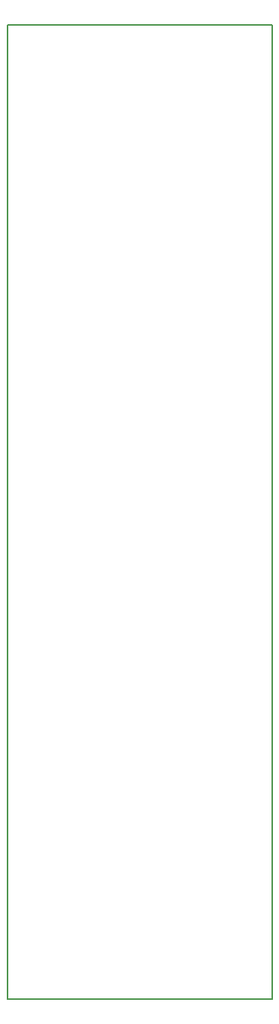
<source format=gko>
G04 DipTrace 3.1.0.0*
G04 working.GKO*
%MOIN*%
G04 #@! TF.FileFunction,Profile*
G04 #@! TF.Part,Single*
%ADD11C,0.006*%
%FSLAX26Y26*%
G04*
G70*
G90*
G75*
G01*
G04 BoardOutline*
%LPD*%
X394000Y394000D2*
D11*
X1564000D1*
Y4694000D1*
X394000D1*
Y394000D1*
M02*

</source>
